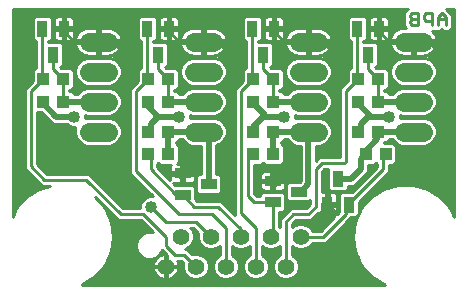
<source format=gbl>
G75*
G70*
%OFA0B0*%
%FSLAX24Y24*%
%IPPOS*%
%LPD*%
%AMOC8*
5,1,8,0,0,1.08239X$1,22.5*
%
%ADD10C,0.0100*%
%ADD11C,0.0634*%
%ADD12R,0.0394X0.0433*%
%ADD13R,0.0354X0.0551*%
%ADD14C,0.0560*%
%ADD15R,0.0551X0.0354*%
%ADD16C,0.0200*%
%ADD17C,0.0400*%
%ADD18C,0.0320*%
%ADD19C,0.0400*%
D10*
X002600Y000674D02*
X002628Y000682D01*
X002628Y000682D01*
X003047Y000952D01*
X003373Y001328D01*
X003580Y001781D01*
X003651Y002274D01*
X003580Y002767D01*
X003373Y003220D01*
X003373Y003220D01*
X003056Y003587D01*
X003701Y002941D01*
X003818Y002824D01*
X004568Y002824D01*
X004981Y002411D01*
X004941Y002428D01*
X004763Y002428D01*
X004600Y002360D01*
X004474Y002235D01*
X004407Y002071D01*
X004407Y001894D01*
X004474Y001731D01*
X004600Y001605D01*
X004763Y001537D01*
X004941Y001537D01*
X005104Y001605D01*
X005229Y001731D01*
X005268Y001824D01*
X005431Y001661D01*
X005431Y001304D01*
X005371Y001304D01*
X005371Y001244D01*
X004971Y001244D01*
X004971Y001240D01*
X004982Y001173D01*
X005003Y001109D01*
X005033Y001049D01*
X005073Y000994D01*
X005121Y000946D01*
X005176Y000906D01*
X005236Y000876D01*
X005300Y000855D01*
X005367Y000844D01*
X005371Y000844D01*
X005371Y001244D01*
X005431Y001244D01*
X005431Y000844D01*
X005435Y000844D01*
X005502Y000855D01*
X005566Y000876D01*
X005627Y000906D01*
X005681Y000946D01*
X005729Y000994D01*
X005769Y001049D01*
X005800Y001109D01*
X005821Y001173D01*
X005831Y001240D01*
X005831Y001244D01*
X005431Y001244D01*
X005431Y001304D01*
X005831Y001304D01*
X005831Y001308D01*
X005821Y001375D01*
X005800Y001439D01*
X005782Y001474D01*
X005918Y001474D01*
X005989Y001403D01*
X005971Y001360D01*
X005971Y001189D01*
X006037Y001031D01*
X006158Y000910D01*
X006316Y000844D01*
X006487Y000844D01*
X006645Y000910D01*
X006766Y001031D01*
X006831Y001189D01*
X006831Y001360D01*
X006766Y001518D01*
X006645Y001639D01*
X006487Y001704D01*
X006316Y001704D01*
X006272Y001686D01*
X006084Y001874D01*
X006059Y001874D01*
X006145Y001910D01*
X006266Y002031D01*
X006331Y002189D01*
X006331Y002360D01*
X006266Y002518D01*
X006209Y002574D01*
X006318Y002574D01*
X006489Y002403D01*
X006471Y002360D01*
X006471Y002189D01*
X006537Y002031D01*
X006658Y001910D01*
X006816Y001844D01*
X006987Y001844D01*
X007145Y001910D01*
X007201Y001966D01*
X007201Y001657D01*
X007158Y001639D01*
X007037Y001518D01*
X006971Y001360D01*
X006971Y001189D01*
X007037Y001031D01*
X007158Y000910D01*
X007316Y000844D01*
X007487Y000844D01*
X007645Y000910D01*
X007766Y001031D01*
X007831Y001189D01*
X007831Y001360D01*
X007766Y001518D01*
X007645Y001639D01*
X007601Y001657D01*
X007601Y001966D01*
X007658Y001910D01*
X007816Y001844D01*
X007987Y001844D01*
X008145Y001910D01*
X008201Y001966D01*
X008201Y001657D01*
X008158Y001639D01*
X008037Y001518D01*
X007971Y001360D01*
X007971Y001189D01*
X008037Y001031D01*
X008158Y000910D01*
X008316Y000844D01*
X008487Y000844D01*
X008645Y000910D01*
X008766Y001031D01*
X008831Y001189D01*
X008831Y001360D01*
X008766Y001518D01*
X008645Y001639D01*
X008601Y001657D01*
X008601Y001966D01*
X008658Y001910D01*
X008816Y001844D01*
X008987Y001844D01*
X009145Y001910D01*
X009201Y001966D01*
X009201Y001657D01*
X009158Y001639D01*
X009037Y001518D01*
X008971Y001360D01*
X008971Y001189D01*
X009037Y001031D01*
X009158Y000910D01*
X009316Y000844D01*
X009487Y000844D01*
X009645Y000910D01*
X009766Y001031D01*
X009831Y001189D01*
X009831Y001360D01*
X009766Y001518D01*
X009645Y001639D01*
X009601Y001657D01*
X009601Y001966D01*
X009658Y001910D01*
X009816Y001844D01*
X009987Y001844D01*
X010145Y001910D01*
X010266Y002031D01*
X010284Y002074D01*
X010568Y002074D01*
X010734Y002074D01*
X011484Y002824D01*
X011575Y002915D01*
X011745Y002915D01*
X011828Y002998D01*
X011722Y002767D01*
X011651Y002274D01*
X011722Y001781D01*
X011929Y001328D01*
X012255Y000952D01*
X012255Y000952D01*
X012674Y000682D01*
X012702Y000674D01*
X002600Y000674D01*
X002689Y000721D02*
X012614Y000721D01*
X012674Y000682D02*
X012674Y000682D01*
X012460Y000820D02*
X002842Y000820D01*
X002995Y000918D02*
X005159Y000918D01*
X005057Y001017D02*
X003104Y001017D01*
X003047Y000952D02*
X003047Y000952D01*
X003047Y000952D01*
X003189Y001115D02*
X005001Y001115D01*
X004975Y001214D02*
X003274Y001214D01*
X003360Y001312D02*
X004972Y001312D01*
X004971Y001308D02*
X004971Y001304D01*
X005371Y001304D01*
X005371Y001704D01*
X005367Y001704D01*
X005300Y001693D01*
X005236Y001673D01*
X005176Y001642D01*
X005121Y001602D01*
X005073Y001554D01*
X005033Y001499D01*
X005003Y001439D01*
X004982Y001375D01*
X004971Y001308D01*
X004994Y001411D02*
X003411Y001411D01*
X003373Y001328D02*
X003373Y001328D01*
X003456Y001510D02*
X005041Y001510D01*
X005107Y001608D02*
X005129Y001608D01*
X005206Y001707D02*
X005386Y001707D01*
X005371Y001608D02*
X005431Y001608D01*
X005431Y001510D02*
X005371Y001510D01*
X005371Y001411D02*
X005431Y001411D01*
X005431Y001312D02*
X005371Y001312D01*
X005371Y001214D02*
X005431Y001214D01*
X005431Y001115D02*
X005371Y001115D01*
X005371Y001017D02*
X005431Y001017D01*
X005431Y000918D02*
X005371Y000918D01*
X005643Y000918D02*
X006149Y000918D01*
X006050Y001017D02*
X005746Y001017D01*
X005802Y001115D02*
X006001Y001115D01*
X005971Y001214D02*
X005827Y001214D01*
X005830Y001312D02*
X005971Y001312D01*
X005981Y001411D02*
X005809Y001411D01*
X005701Y001674D02*
X006001Y001674D01*
X006401Y001274D01*
X006801Y001115D02*
X007001Y001115D01*
X006971Y001214D02*
X006831Y001214D01*
X006831Y001312D02*
X006971Y001312D01*
X006992Y001411D02*
X006810Y001411D01*
X006769Y001510D02*
X007033Y001510D01*
X007127Y001608D02*
X006675Y001608D01*
X006251Y001707D02*
X007201Y001707D01*
X007201Y001805D02*
X006153Y001805D01*
X006131Y001904D02*
X006672Y001904D01*
X006565Y002002D02*
X006237Y002002D01*
X006295Y002101D02*
X006508Y002101D01*
X006471Y002199D02*
X006331Y002199D01*
X006331Y002298D02*
X006471Y002298D01*
X006486Y002396D02*
X006316Y002396D01*
X006275Y002495D02*
X006397Y002495D01*
X006401Y002774D02*
X006901Y002274D01*
X007401Y002574D02*
X006951Y003024D01*
X005851Y003024D01*
X004401Y004474D01*
X004401Y007109D01*
X004817Y007524D01*
X004797Y007544D01*
X004797Y009207D01*
X005124Y009196D02*
X005467Y009196D01*
X005467Y009169D02*
X005178Y009169D01*
X005178Y008912D01*
X005189Y008874D01*
X005208Y008839D01*
X005236Y008812D01*
X005270Y008792D01*
X005309Y008782D01*
X005467Y008782D01*
X005467Y009168D01*
X005544Y009168D01*
X005544Y008782D01*
X005702Y008782D01*
X005741Y008792D01*
X005775Y008812D01*
X005803Y008839D01*
X005822Y008874D01*
X005833Y008912D01*
X005833Y009169D01*
X005544Y009169D01*
X005544Y009246D01*
X005467Y009246D01*
X005467Y009633D01*
X005309Y009633D01*
X005270Y009622D01*
X005236Y009603D01*
X005208Y009575D01*
X005189Y009541D01*
X005178Y009502D01*
X005178Y009246D01*
X005467Y009246D01*
X005467Y009169D01*
X005506Y009207D02*
X005506Y009120D01*
X005851Y008774D01*
X006651Y008774D01*
X006602Y008802D02*
X005758Y008802D01*
X005869Y008823D02*
X006602Y008823D01*
X006602Y008726D01*
X005869Y008726D01*
X005879Y008665D01*
X005902Y008595D01*
X005935Y008529D01*
X005978Y008470D01*
X006030Y008418D01*
X006090Y008375D01*
X006155Y008341D01*
X006225Y008319D01*
X006298Y008307D01*
X006603Y008307D01*
X006603Y008725D01*
X006700Y008725D01*
X006700Y008307D01*
X007005Y008307D01*
X007077Y008319D01*
X007147Y008341D01*
X007213Y008375D01*
X007272Y008418D01*
X007324Y008470D01*
X007367Y008529D01*
X007401Y008595D01*
X007423Y008665D01*
X007433Y008726D01*
X006700Y008726D01*
X006700Y008823D01*
X006603Y008823D01*
X006603Y009241D01*
X006298Y009241D01*
X006225Y009229D01*
X006155Y009207D01*
X006090Y009173D01*
X006030Y009130D01*
X005978Y009078D01*
X005935Y009019D01*
X005902Y008953D01*
X005879Y008883D01*
X005869Y008823D01*
X005884Y008900D02*
X005830Y008900D01*
X005833Y008999D02*
X005925Y008999D01*
X005997Y009097D02*
X005833Y009097D01*
X005833Y009246D02*
X005833Y009502D01*
X005822Y009541D01*
X005803Y009575D01*
X005775Y009603D01*
X005741Y009622D01*
X005702Y009633D01*
X005544Y009633D01*
X005544Y009246D01*
X005833Y009246D01*
X005833Y009294D02*
X007970Y009294D01*
X007970Y009196D02*
X007168Y009196D01*
X007147Y009207D02*
X007213Y009173D01*
X007272Y009130D01*
X007324Y009078D01*
X007367Y009019D01*
X007401Y008953D01*
X007423Y008883D01*
X007433Y008823D01*
X006700Y008823D01*
X006700Y009241D01*
X007005Y009241D01*
X007077Y009229D01*
X007147Y009207D01*
X007305Y009097D02*
X007970Y009097D01*
X007970Y008999D02*
X007377Y008999D01*
X007418Y008900D02*
X007970Y008900D01*
X007970Y008869D02*
X008058Y008782D01*
X008097Y008782D01*
X008097Y007891D01*
X008058Y007891D01*
X007970Y007803D01*
X007970Y007460D01*
X007701Y007192D01*
X007701Y007026D01*
X007701Y003007D01*
X007351Y003357D01*
X007234Y003474D01*
X006447Y003474D01*
X006394Y003527D01*
X006394Y003909D01*
X006306Y003997D01*
X005711Y003997D01*
X005651Y004057D01*
X005673Y004051D01*
X005929Y004051D01*
X005929Y004340D01*
X005543Y004340D01*
X005543Y004181D01*
X005548Y004160D01*
X005101Y004607D01*
X005101Y004683D01*
X005151Y004733D01*
X005227Y004658D01*
X005582Y004658D01*
X005572Y004648D01*
X005553Y004613D01*
X005543Y004575D01*
X005543Y004417D01*
X005929Y004417D01*
X005929Y004340D01*
X006007Y004340D01*
X006007Y004417D01*
X006394Y004417D01*
X006394Y004575D01*
X006383Y004613D01*
X006364Y004648D01*
X006336Y004676D01*
X006302Y004695D01*
X006263Y004706D01*
X006007Y004706D01*
X006007Y004417D01*
X005929Y004417D01*
X005929Y004706D01*
X005793Y004706D01*
X005833Y004745D01*
X005833Y005303D01*
X005745Y005391D01*
X005736Y005391D01*
X005736Y005408D01*
X005745Y005408D01*
X005833Y005495D01*
X005833Y005524D01*
X005933Y005524D01*
X005939Y005510D01*
X006070Y005378D01*
X006241Y005307D01*
X006584Y005307D01*
X006584Y004351D01*
X006496Y004351D01*
X006409Y004263D01*
X006409Y003785D01*
X006496Y003697D01*
X007172Y003697D01*
X007260Y003785D01*
X007260Y004263D01*
X007172Y004351D01*
X007084Y004351D01*
X007084Y005317D01*
X007232Y005378D01*
X007364Y005510D01*
X007435Y005681D01*
X007435Y005867D01*
X007364Y006039D01*
X007232Y006170D01*
X007061Y006241D01*
X006241Y006241D01*
X006201Y006224D01*
X006201Y006324D01*
X006241Y006307D01*
X007061Y006307D01*
X007232Y006378D01*
X007364Y006510D01*
X007435Y006681D01*
X007435Y006867D01*
X007364Y007039D01*
X007232Y007170D01*
X007061Y007241D01*
X006241Y007241D01*
X006070Y007170D01*
X005939Y007039D01*
X005933Y007024D01*
X005833Y007024D01*
X005833Y007053D01*
X005745Y007141D01*
X005686Y007141D01*
X005686Y007158D01*
X005745Y007158D01*
X005833Y007245D01*
X005833Y007803D01*
X005745Y007891D01*
X005402Y007891D01*
X005377Y007915D01*
X005390Y007915D01*
X005478Y008003D01*
X005478Y008679D01*
X005390Y008767D01*
X004997Y008767D01*
X004997Y008782D01*
X005036Y008782D01*
X005124Y008869D01*
X005124Y009545D01*
X005036Y009633D01*
X004558Y009633D01*
X004470Y009545D01*
X004470Y008869D01*
X004558Y008782D01*
X004597Y008782D01*
X004597Y007891D01*
X004558Y007891D01*
X004470Y007803D01*
X004470Y007460D01*
X004201Y007192D01*
X004201Y007026D01*
X004201Y004391D01*
X004318Y004274D01*
X004968Y003624D01*
X004832Y003624D01*
X004703Y003571D01*
X004604Y003472D01*
X004551Y003344D01*
X004551Y003224D01*
X003984Y003224D01*
X002834Y004374D01*
X002668Y004374D01*
X001434Y004374D01*
X001101Y004707D01*
X001101Y006408D01*
X001264Y006408D01*
X001539Y006132D01*
X001610Y006062D01*
X001701Y006024D01*
X002106Y006024D01*
X002153Y005977D01*
X002282Y005924D01*
X002391Y005924D01*
X002367Y005867D01*
X002367Y005681D01*
X002439Y005510D01*
X002570Y005378D01*
X002741Y005307D01*
X003561Y005307D01*
X003732Y005378D01*
X003864Y005510D01*
X003935Y005681D01*
X003935Y005867D01*
X003864Y006039D01*
X003732Y006170D01*
X003561Y006241D01*
X002741Y006241D01*
X002701Y006224D01*
X002701Y006324D01*
X002741Y006307D01*
X003561Y006307D01*
X003732Y006378D01*
X003864Y006510D01*
X003935Y006681D01*
X003935Y006867D01*
X003864Y007039D01*
X003732Y007170D01*
X003561Y007241D01*
X002741Y007241D01*
X002570Y007170D01*
X002439Y007039D01*
X002433Y007024D01*
X002333Y007024D01*
X002333Y007053D01*
X002245Y007141D01*
X002186Y007141D01*
X002186Y007158D01*
X002245Y007158D01*
X002333Y007245D01*
X002333Y007803D01*
X002245Y007891D01*
X001902Y007891D01*
X001877Y007915D01*
X001890Y007915D01*
X001978Y008003D01*
X001978Y008679D01*
X001890Y008767D01*
X001497Y008767D01*
X001497Y008782D01*
X001536Y008782D01*
X001624Y008869D01*
X001624Y009545D01*
X001536Y009633D01*
X001058Y009633D01*
X000970Y009545D01*
X000970Y008869D01*
X001058Y008782D01*
X001097Y008782D01*
X001097Y007891D01*
X001058Y007891D01*
X000970Y007803D01*
X000970Y007460D01*
X000701Y007192D01*
X000701Y007026D01*
X000701Y004541D01*
X000818Y004424D01*
X001151Y004091D01*
X001268Y003974D01*
X001543Y003974D01*
X001174Y003866D01*
X000755Y003597D01*
X000755Y003597D01*
X000429Y003220D01*
X000301Y002940D01*
X000301Y009874D01*
X013478Y009874D01*
X013462Y009858D01*
X013345Y009741D01*
X013345Y009674D01*
X013345Y009540D01*
X013345Y009474D01*
X013345Y009474D01*
X013345Y009390D01*
X013345Y009308D01*
X013346Y009307D01*
X013412Y009241D01*
X013298Y009241D01*
X013225Y009229D01*
X013155Y009207D01*
X013090Y009173D01*
X013030Y009130D01*
X012978Y009078D01*
X012935Y009019D01*
X012902Y008953D01*
X012879Y008883D01*
X012869Y008823D01*
X013602Y008823D01*
X013602Y008726D01*
X012869Y008726D01*
X012879Y008665D01*
X012902Y008595D01*
X012935Y008529D01*
X012978Y008470D01*
X013030Y008418D01*
X013090Y008375D01*
X013155Y008341D01*
X013225Y008319D01*
X013298Y008307D01*
X013603Y008307D01*
X013603Y008725D01*
X013700Y008725D01*
X013700Y008307D01*
X014005Y008307D01*
X014077Y008319D01*
X014147Y008341D01*
X014213Y008375D01*
X014272Y008418D01*
X014324Y008470D01*
X014367Y008529D01*
X014401Y008595D01*
X014423Y008665D01*
X014433Y008726D01*
X013700Y008726D01*
X013700Y008823D01*
X014433Y008823D01*
X014423Y008883D01*
X014401Y008953D01*
X014367Y009019D01*
X014324Y009078D01*
X014278Y009124D01*
X014355Y009124D01*
X014369Y009138D01*
X014383Y009124D01*
X014548Y009124D01*
X014599Y009175D01*
X014649Y009124D01*
X014815Y009124D01*
X014932Y009241D01*
X014932Y009441D01*
X014932Y009607D01*
X014932Y009674D01*
X014741Y009865D01*
X014732Y009874D01*
X015001Y009874D01*
X015001Y002940D01*
X014873Y003220D01*
X014873Y003220D01*
X014547Y003597D01*
X014128Y003866D01*
X013650Y004006D01*
X013152Y004006D01*
X012674Y003866D01*
X012255Y003597D01*
X012255Y003597D01*
X012255Y003597D01*
X011929Y003220D01*
X011833Y003009D01*
X011833Y003423D01*
X012734Y004324D01*
X012851Y004441D01*
X012851Y004658D01*
X012995Y004658D01*
X013083Y004745D01*
X013083Y005303D01*
X012995Y005391D01*
X012666Y005391D01*
X012673Y005408D01*
X012745Y005408D01*
X012833Y005495D01*
X012833Y005524D01*
X012933Y005524D01*
X012939Y005510D01*
X013070Y005378D01*
X013241Y005307D01*
X014061Y005307D01*
X014232Y005378D01*
X014364Y005510D01*
X014435Y005681D01*
X014435Y005867D01*
X014364Y006039D01*
X014232Y006170D01*
X014061Y006241D01*
X013241Y006241D01*
X013201Y006224D01*
X013201Y006324D01*
X013241Y006307D01*
X014061Y006307D01*
X014232Y006378D01*
X014364Y006510D01*
X014435Y006681D01*
X014435Y006867D01*
X014364Y007039D01*
X014232Y007170D01*
X014061Y007241D01*
X013241Y007241D01*
X013070Y007170D01*
X012939Y007039D01*
X012933Y007024D01*
X012833Y007024D01*
X012833Y007053D01*
X012745Y007141D01*
X012686Y007141D01*
X012686Y007158D01*
X012745Y007158D01*
X012833Y007245D01*
X012833Y007803D01*
X012745Y007891D01*
X012402Y007891D01*
X012377Y007915D01*
X012390Y007915D01*
X012478Y008003D01*
X012478Y008679D01*
X012390Y008767D01*
X011997Y008767D01*
X011997Y008782D01*
X012036Y008782D01*
X012124Y008869D01*
X012124Y009545D01*
X012036Y009633D01*
X011558Y009633D01*
X011470Y009545D01*
X011470Y008869D01*
X011558Y008782D01*
X011597Y008782D01*
X011597Y007891D01*
X011558Y007891D01*
X011470Y007803D01*
X011470Y007460D01*
X011318Y007309D01*
X011201Y007192D01*
X011201Y004924D01*
X010518Y004924D01*
X010401Y004807D01*
X010401Y005307D01*
X010561Y005307D01*
X010732Y005378D01*
X010864Y005510D01*
X010935Y005681D01*
X010935Y005867D01*
X010864Y006039D01*
X010732Y006170D01*
X010561Y006241D01*
X009741Y006241D01*
X009701Y006224D01*
X009701Y006324D01*
X009741Y006307D01*
X010561Y006307D01*
X010732Y006378D01*
X010864Y006510D01*
X010935Y006681D01*
X010935Y006867D01*
X010864Y007039D01*
X010732Y007170D01*
X010561Y007241D01*
X009741Y007241D01*
X009570Y007170D01*
X009439Y007039D01*
X009433Y007024D01*
X009333Y007024D01*
X009333Y007053D01*
X009245Y007141D01*
X009186Y007141D01*
X009186Y007158D01*
X009245Y007158D01*
X009333Y007245D01*
X009333Y007803D01*
X009245Y007891D01*
X008902Y007891D01*
X008877Y007915D01*
X008890Y007915D01*
X008978Y008003D01*
X008978Y008679D01*
X008890Y008767D01*
X008497Y008767D01*
X008497Y008782D01*
X008536Y008782D01*
X008624Y008869D01*
X008624Y009545D01*
X008536Y009633D01*
X008058Y009633D01*
X007970Y009545D01*
X007970Y008869D01*
X008037Y008802D02*
X006700Y008802D01*
X006700Y008900D02*
X006603Y008900D01*
X006603Y008999D02*
X006700Y008999D01*
X006700Y009097D02*
X006603Y009097D01*
X006603Y009196D02*
X006700Y009196D01*
X006134Y009196D02*
X005544Y009196D01*
X005544Y009294D02*
X005467Y009294D01*
X005467Y009393D02*
X005544Y009393D01*
X005544Y009492D02*
X005467Y009492D01*
X005467Y009590D02*
X005544Y009590D01*
X005787Y009590D02*
X008015Y009590D01*
X007970Y009492D02*
X005833Y009492D01*
X005833Y009393D02*
X007970Y009393D01*
X008297Y009207D02*
X008297Y007544D01*
X008317Y007524D01*
X007901Y007109D01*
X007901Y003074D01*
X008401Y002574D01*
X008401Y001274D01*
X008801Y001115D02*
X009001Y001115D01*
X008971Y001214D02*
X008831Y001214D01*
X008831Y001312D02*
X008971Y001312D01*
X008992Y001411D02*
X008810Y001411D01*
X008769Y001510D02*
X009033Y001510D01*
X009127Y001608D02*
X008675Y001608D01*
X008601Y001707D02*
X009201Y001707D01*
X009201Y001805D02*
X008601Y001805D01*
X008601Y001904D02*
X008672Y001904D01*
X009131Y001904D02*
X009201Y001904D01*
X009601Y001904D02*
X009672Y001904D01*
X009601Y001805D02*
X011719Y001805D01*
X011722Y001781D02*
X011722Y001781D01*
X011756Y001707D02*
X009601Y001707D01*
X009675Y001608D02*
X011801Y001608D01*
X011846Y001510D02*
X009769Y001510D01*
X009810Y001411D02*
X011891Y001411D01*
X011929Y001328D02*
X011929Y001328D01*
X011942Y001312D02*
X009831Y001312D01*
X009831Y001214D02*
X012028Y001214D01*
X012113Y001115D02*
X009801Y001115D01*
X009752Y001017D02*
X012199Y001017D01*
X012307Y000918D02*
X009653Y000918D01*
X009401Y001274D02*
X009401Y002774D01*
X009651Y003024D01*
X010151Y003024D01*
X010401Y003274D01*
X010401Y004524D01*
X010601Y004724D01*
X011351Y004724D01*
X011401Y004774D01*
X011401Y007109D01*
X011817Y007524D01*
X011797Y007544D01*
X011797Y009207D01*
X012124Y009196D02*
X012467Y009196D01*
X012467Y009169D02*
X012178Y009169D01*
X012178Y008912D01*
X012189Y008874D01*
X012208Y008839D01*
X012236Y008812D01*
X012270Y008792D01*
X012309Y008782D01*
X012467Y008782D01*
X012467Y009168D01*
X012544Y009168D01*
X012544Y008782D01*
X012702Y008782D01*
X012741Y008792D01*
X012775Y008812D01*
X012803Y008839D01*
X012822Y008874D01*
X012833Y008912D01*
X012833Y009169D01*
X012544Y009169D01*
X012544Y009246D01*
X012467Y009246D01*
X012467Y009633D01*
X012309Y009633D01*
X012270Y009622D01*
X012236Y009603D01*
X012208Y009575D01*
X012189Y009541D01*
X012178Y009502D01*
X012178Y009246D01*
X012467Y009246D01*
X012467Y009169D01*
X012506Y009207D02*
X012506Y009120D01*
X012851Y008774D01*
X013651Y008774D01*
X013602Y008802D02*
X012758Y008802D01*
X012830Y008900D02*
X012884Y008900D01*
X012925Y008999D02*
X012833Y008999D01*
X012833Y009097D02*
X012997Y009097D01*
X013134Y009196D02*
X012544Y009196D01*
X012544Y009246D02*
X012833Y009246D01*
X012833Y009502D01*
X012822Y009541D01*
X012803Y009575D01*
X012775Y009603D01*
X012741Y009622D01*
X012702Y009633D01*
X012544Y009633D01*
X012544Y009246D01*
X012544Y009294D02*
X012467Y009294D01*
X012467Y009393D02*
X012544Y009393D01*
X012544Y009492D02*
X012467Y009492D01*
X012467Y009590D02*
X012544Y009590D01*
X012787Y009590D02*
X013345Y009590D01*
X013345Y009492D02*
X012833Y009492D01*
X012833Y009393D02*
X013345Y009393D01*
X013345Y009308D02*
X013345Y009308D01*
X013358Y009294D02*
X012833Y009294D01*
X012544Y009097D02*
X012467Y009097D01*
X012467Y008999D02*
X012544Y008999D01*
X012544Y008900D02*
X012467Y008900D01*
X012467Y008802D02*
X012544Y008802D01*
X012454Y008703D02*
X012873Y008703D01*
X012899Y008605D02*
X012478Y008605D01*
X012478Y008506D02*
X012952Y008506D01*
X013045Y008408D02*
X012478Y008408D01*
X012478Y008309D02*
X013286Y008309D01*
X013241Y008241D02*
X013070Y008170D01*
X012939Y008039D01*
X012867Y007867D01*
X012867Y007681D01*
X012939Y007510D01*
X013070Y007378D01*
X013241Y007307D01*
X014061Y007307D01*
X014232Y007378D01*
X014364Y007510D01*
X014435Y007681D01*
X014435Y007867D01*
X014364Y008039D01*
X014232Y008170D01*
X014061Y008241D01*
X013241Y008241D01*
X013168Y008210D02*
X012478Y008210D01*
X012478Y008112D02*
X013012Y008112D01*
X012928Y008013D02*
X012478Y008013D01*
X012378Y007915D02*
X012887Y007915D01*
X012867Y007816D02*
X012819Y007816D01*
X012833Y007718D02*
X012867Y007718D01*
X012893Y007619D02*
X012833Y007619D01*
X012833Y007521D02*
X012934Y007521D01*
X013026Y007422D02*
X012833Y007422D01*
X012833Y007324D02*
X013202Y007324D01*
X013203Y007225D02*
X012812Y007225D01*
X012759Y007126D02*
X013027Y007126D01*
X012934Y007028D02*
X012833Y007028D01*
X012486Y006774D02*
X012486Y007524D01*
X012151Y007859D01*
X012151Y008341D01*
X011597Y008309D02*
X010516Y008309D01*
X010505Y008307D02*
X010577Y008319D01*
X010647Y008341D01*
X010713Y008375D01*
X010772Y008418D01*
X010824Y008470D01*
X010867Y008529D01*
X010901Y008595D01*
X010923Y008665D01*
X010933Y008726D01*
X010200Y008726D01*
X010200Y008823D01*
X010103Y008823D01*
X010103Y009241D01*
X009798Y009241D01*
X009725Y009229D01*
X009655Y009207D01*
X009590Y009173D01*
X009530Y009130D01*
X009478Y009078D01*
X009435Y009019D01*
X009402Y008953D01*
X009379Y008883D01*
X009369Y008823D01*
X010102Y008823D01*
X010102Y008726D01*
X009369Y008726D01*
X009379Y008665D01*
X009402Y008595D01*
X009435Y008529D01*
X009478Y008470D01*
X009530Y008418D01*
X009590Y008375D01*
X009655Y008341D01*
X009725Y008319D01*
X009798Y008307D01*
X010103Y008307D01*
X010103Y008725D01*
X010200Y008725D01*
X010200Y008307D01*
X010505Y008307D01*
X010561Y008241D02*
X010732Y008170D01*
X010864Y008039D01*
X010935Y007867D01*
X010935Y007681D01*
X010864Y007510D01*
X010732Y007378D01*
X010561Y007307D01*
X009741Y007307D01*
X009570Y007378D01*
X009439Y007510D01*
X009367Y007681D01*
X009367Y007867D01*
X009439Y008039D01*
X009570Y008170D01*
X009741Y008241D01*
X010561Y008241D01*
X010634Y008210D02*
X011597Y008210D01*
X011597Y008112D02*
X010790Y008112D01*
X010874Y008013D02*
X011597Y008013D01*
X011597Y007915D02*
X010915Y007915D01*
X010935Y007816D02*
X011483Y007816D01*
X011470Y007718D02*
X010935Y007718D01*
X010909Y007619D02*
X011470Y007619D01*
X011470Y007521D02*
X010868Y007521D01*
X010776Y007422D02*
X011432Y007422D01*
X011333Y007324D02*
X010600Y007324D01*
X010599Y007225D02*
X011235Y007225D01*
X011201Y007126D02*
X010776Y007126D01*
X010868Y007028D02*
X011201Y007028D01*
X011201Y006929D02*
X010909Y006929D01*
X010935Y006831D02*
X011201Y006831D01*
X011201Y006732D02*
X010935Y006732D01*
X010915Y006634D02*
X011201Y006634D01*
X011201Y006535D02*
X010874Y006535D01*
X010791Y006437D02*
X011201Y006437D01*
X011201Y006338D02*
X010635Y006338D01*
X010564Y006240D02*
X011201Y006240D01*
X011201Y006141D02*
X010761Y006141D01*
X010860Y006043D02*
X011201Y006043D01*
X011201Y005944D02*
X010903Y005944D01*
X010935Y005845D02*
X011201Y005845D01*
X011201Y005747D02*
X010935Y005747D01*
X010921Y005648D02*
X011201Y005648D01*
X011201Y005550D02*
X010880Y005550D01*
X010805Y005451D02*
X011201Y005451D01*
X011201Y005353D02*
X010671Y005353D01*
X010401Y005254D02*
X011201Y005254D01*
X011201Y005156D02*
X010401Y005156D01*
X010401Y005057D02*
X011201Y005057D01*
X011201Y004959D02*
X010401Y004959D01*
X010401Y004860D02*
X010454Y004860D01*
X010401Y004807D02*
X010401Y004807D01*
X010684Y004524D02*
X010824Y004524D01*
X010824Y003869D01*
X010912Y003782D01*
X011390Y003782D01*
X011478Y003869D01*
X011478Y003957D01*
X011534Y003957D01*
X011634Y003957D01*
X011726Y003995D01*
X012043Y004312D01*
X012113Y004382D01*
X012151Y004474D01*
X012151Y004658D01*
X012326Y004658D01*
X012401Y004733D01*
X012451Y004683D01*
X012451Y004607D01*
X011611Y003767D01*
X011266Y003767D01*
X011178Y003679D01*
X011178Y003084D01*
X011118Y003024D01*
X011124Y003046D01*
X011124Y003302D01*
X010836Y003302D01*
X010836Y003380D01*
X011124Y003380D01*
X011124Y003636D01*
X011114Y003674D01*
X011094Y003709D01*
X011066Y003737D01*
X011032Y003756D01*
X010994Y003767D01*
X010835Y003767D01*
X010835Y003380D01*
X010758Y003380D01*
X010758Y003767D01*
X010601Y003767D01*
X010601Y004441D01*
X010684Y004524D01*
X010626Y004466D02*
X010824Y004466D01*
X010824Y004367D02*
X010601Y004367D01*
X010601Y004269D02*
X010824Y004269D01*
X010824Y004170D02*
X010601Y004170D01*
X010601Y004072D02*
X010824Y004072D01*
X010824Y003973D02*
X010601Y003973D01*
X010601Y003875D02*
X010824Y003875D01*
X010601Y003776D02*
X011620Y003776D01*
X011719Y003875D02*
X011478Y003875D01*
X011672Y003973D02*
X011817Y003973D01*
X011802Y004072D02*
X011916Y004072D01*
X011901Y004170D02*
X012014Y004170D01*
X011999Y004269D02*
X012113Y004269D01*
X012098Y004367D02*
X012212Y004367D01*
X012148Y004466D02*
X012310Y004466D01*
X012409Y004564D02*
X012151Y004564D01*
X012331Y004663D02*
X012451Y004663D01*
X012651Y004524D02*
X012651Y004939D01*
X012736Y005024D01*
X013083Y005057D02*
X015001Y005057D01*
X015001Y004959D02*
X013083Y004959D01*
X013083Y004860D02*
X015001Y004860D01*
X015001Y004761D02*
X013083Y004761D01*
X013000Y004663D02*
X015001Y004663D01*
X015001Y004564D02*
X012851Y004564D01*
X012851Y004466D02*
X015001Y004466D01*
X015001Y004367D02*
X012777Y004367D01*
X012679Y004269D02*
X015001Y004269D01*
X015001Y004170D02*
X012580Y004170D01*
X012482Y004072D02*
X015001Y004072D01*
X015001Y003973D02*
X013763Y003973D01*
X013650Y004006D02*
X013650Y004006D01*
X014099Y003875D02*
X015001Y003875D01*
X015001Y003776D02*
X014268Y003776D01*
X014128Y003866D02*
X014128Y003866D01*
X014421Y003677D02*
X015001Y003677D01*
X015001Y003579D02*
X014563Y003579D01*
X014547Y003597D02*
X014547Y003597D01*
X014648Y003480D02*
X015001Y003480D01*
X015001Y003382D02*
X014733Y003382D01*
X014819Y003283D02*
X015001Y003283D01*
X015001Y003185D02*
X014890Y003185D01*
X014935Y003086D02*
X015001Y003086D01*
X015001Y002988D02*
X014980Y002988D01*
X013152Y004006D02*
X013152Y004006D01*
X013039Y003973D02*
X012383Y003973D01*
X012284Y003875D02*
X012704Y003875D01*
X012674Y003866D02*
X012674Y003866D01*
X012534Y003776D02*
X012186Y003776D01*
X012087Y003677D02*
X012381Y003677D01*
X012240Y003579D02*
X011989Y003579D01*
X011890Y003480D02*
X012154Y003480D01*
X012069Y003382D02*
X011833Y003382D01*
X011833Y003283D02*
X011984Y003283D01*
X011929Y003220D02*
X011929Y003220D01*
X011913Y003185D02*
X011833Y003185D01*
X011833Y003086D02*
X011868Y003086D01*
X011823Y002988D02*
X011817Y002988D01*
X011778Y002889D02*
X011549Y002889D01*
X011451Y002791D02*
X011733Y002791D01*
X011722Y002767D02*
X011722Y002767D01*
X011711Y002692D02*
X011352Y002692D01*
X011253Y002594D02*
X011697Y002594D01*
X011683Y002495D02*
X011155Y002495D01*
X011056Y002396D02*
X011669Y002396D01*
X011655Y002298D02*
X010958Y002298D01*
X010859Y002199D02*
X011662Y002199D01*
X011651Y002274D02*
X011651Y002274D01*
X011676Y002101D02*
X010761Y002101D01*
X010651Y002274D02*
X011401Y003024D01*
X011401Y003237D01*
X011506Y003341D01*
X011506Y003378D01*
X012651Y004524D01*
X012067Y005024D02*
X012067Y005139D01*
X012789Y005451D02*
X012997Y005451D01*
X013033Y005353D02*
X013132Y005353D01*
X013083Y005254D02*
X015001Y005254D01*
X015001Y005156D02*
X013083Y005156D01*
X012451Y005739D02*
X012486Y005774D01*
X011901Y005859D02*
X011817Y005774D01*
X012151Y006274D02*
X012251Y006274D01*
X011817Y006709D02*
X011817Y006774D01*
X013201Y006240D02*
X013238Y006240D01*
X014064Y006240D02*
X015001Y006240D01*
X015001Y006338D02*
X014135Y006338D01*
X014291Y006437D02*
X015001Y006437D01*
X015001Y006535D02*
X014374Y006535D01*
X014415Y006634D02*
X015001Y006634D01*
X015001Y006732D02*
X014435Y006732D01*
X014435Y006831D02*
X015001Y006831D01*
X015001Y006929D02*
X014409Y006929D01*
X014368Y007028D02*
X015001Y007028D01*
X015001Y007126D02*
X014276Y007126D01*
X014099Y007225D02*
X015001Y007225D01*
X015001Y007324D02*
X014100Y007324D01*
X014276Y007422D02*
X015001Y007422D01*
X015001Y007521D02*
X014368Y007521D01*
X014409Y007619D02*
X015001Y007619D01*
X015001Y007718D02*
X014435Y007718D01*
X014435Y007816D02*
X015001Y007816D01*
X015001Y007915D02*
X014415Y007915D01*
X014374Y008013D02*
X015001Y008013D01*
X015001Y008112D02*
X014290Y008112D01*
X014134Y008210D02*
X015001Y008210D01*
X015001Y008309D02*
X014016Y008309D01*
X014258Y008408D02*
X015001Y008408D01*
X015001Y008506D02*
X014350Y008506D01*
X014404Y008605D02*
X015001Y008605D01*
X015001Y008703D02*
X014429Y008703D01*
X014418Y008900D02*
X015001Y008900D01*
X015001Y008802D02*
X013700Y008802D01*
X013700Y008703D02*
X013603Y008703D01*
X013603Y008605D02*
X013700Y008605D01*
X013700Y008506D02*
X013603Y008506D01*
X013603Y008408D02*
X013700Y008408D01*
X013700Y008309D02*
X013603Y008309D01*
X014377Y008999D02*
X015001Y008999D01*
X015001Y009097D02*
X014305Y009097D01*
X014272Y009324D02*
X014272Y009724D01*
X014072Y009724D01*
X014005Y009658D01*
X014005Y009524D01*
X014072Y009458D01*
X014272Y009458D01*
X014465Y009524D02*
X014732Y009524D01*
X014732Y009591D02*
X014599Y009724D01*
X014465Y009591D01*
X014465Y009324D01*
X014732Y009324D02*
X014732Y009591D01*
X014917Y009689D02*
X015001Y009689D01*
X015001Y009787D02*
X014819Y009787D01*
X014932Y009590D02*
X015001Y009590D01*
X015001Y009492D02*
X014932Y009492D01*
X014932Y009393D02*
X015001Y009393D01*
X015001Y009294D02*
X014932Y009294D01*
X014887Y009196D02*
X015001Y009196D01*
X013812Y009324D02*
X013611Y009324D01*
X013545Y009391D01*
X013545Y009458D01*
X013611Y009524D01*
X013812Y009524D01*
X013611Y009524D02*
X013545Y009591D01*
X013545Y009658D01*
X013611Y009724D01*
X013812Y009724D01*
X013812Y009324D01*
X013345Y009689D02*
X000301Y009689D01*
X000301Y009787D02*
X013391Y009787D01*
X012224Y009590D02*
X012079Y009590D01*
X012124Y009492D02*
X012178Y009492D01*
X012178Y009393D02*
X012124Y009393D01*
X012124Y009294D02*
X012178Y009294D01*
X012178Y009097D02*
X012124Y009097D01*
X012124Y008999D02*
X012178Y008999D01*
X012181Y008900D02*
X012124Y008900D01*
X012056Y008802D02*
X012253Y008802D01*
X011597Y008703D02*
X010929Y008703D01*
X010904Y008605D02*
X011597Y008605D01*
X011597Y008506D02*
X010850Y008506D01*
X010758Y008408D02*
X011597Y008408D01*
X011537Y008802D02*
X010200Y008802D01*
X010200Y008823D02*
X010933Y008823D01*
X010923Y008883D01*
X010901Y008953D01*
X010867Y009019D01*
X010824Y009078D01*
X010772Y009130D01*
X010713Y009173D01*
X010647Y009207D01*
X010577Y009229D01*
X010505Y009241D01*
X010200Y009241D01*
X010200Y008823D01*
X010151Y008774D02*
X009351Y008774D01*
X009006Y009120D01*
X009006Y009207D01*
X009044Y009196D02*
X009634Y009196D01*
X009497Y009097D02*
X009333Y009097D01*
X009333Y009169D02*
X009044Y009169D01*
X009044Y009246D01*
X008967Y009246D01*
X008967Y009633D01*
X008809Y009633D01*
X008770Y009622D01*
X008736Y009603D01*
X008708Y009575D01*
X008689Y009541D01*
X008678Y009502D01*
X008678Y009246D01*
X008967Y009246D01*
X008967Y009169D01*
X008678Y009169D01*
X008678Y008912D01*
X008689Y008874D01*
X008708Y008839D01*
X008736Y008812D01*
X008770Y008792D01*
X008809Y008782D01*
X008967Y008782D01*
X008967Y009168D01*
X009044Y009168D01*
X009044Y008782D01*
X009202Y008782D01*
X009241Y008792D01*
X009275Y008812D01*
X009303Y008839D01*
X009322Y008874D01*
X009333Y008912D01*
X009333Y009169D01*
X009333Y009246D02*
X009333Y009502D01*
X009322Y009541D01*
X009303Y009575D01*
X009275Y009603D01*
X009241Y009622D01*
X009202Y009633D01*
X009044Y009633D01*
X009044Y009246D01*
X009333Y009246D01*
X009333Y009294D02*
X011470Y009294D01*
X011470Y009196D02*
X010668Y009196D01*
X010805Y009097D02*
X011470Y009097D01*
X011470Y008999D02*
X010877Y008999D01*
X010918Y008900D02*
X011470Y008900D01*
X011470Y009393D02*
X009333Y009393D01*
X009333Y009492D02*
X011470Y009492D01*
X011515Y009590D02*
X009287Y009590D01*
X009044Y009590D02*
X008967Y009590D01*
X008967Y009492D02*
X009044Y009492D01*
X009044Y009393D02*
X008967Y009393D01*
X008967Y009294D02*
X009044Y009294D01*
X008967Y009196D02*
X008624Y009196D01*
X008624Y009294D02*
X008678Y009294D01*
X008678Y009393D02*
X008624Y009393D01*
X008624Y009492D02*
X008678Y009492D01*
X008724Y009590D02*
X008579Y009590D01*
X008624Y009097D02*
X008678Y009097D01*
X008678Y008999D02*
X008624Y008999D01*
X008624Y008900D02*
X008681Y008900D01*
X008753Y008802D02*
X008556Y008802D01*
X008954Y008703D02*
X009373Y008703D01*
X009399Y008605D02*
X008978Y008605D01*
X008978Y008506D02*
X009452Y008506D01*
X009545Y008408D02*
X008978Y008408D01*
X008978Y008309D02*
X009786Y008309D01*
X009668Y008210D02*
X008978Y008210D01*
X008978Y008112D02*
X009512Y008112D01*
X009428Y008013D02*
X008978Y008013D01*
X008878Y007915D02*
X009387Y007915D01*
X009367Y007816D02*
X009319Y007816D01*
X009333Y007718D02*
X009367Y007718D01*
X009393Y007619D02*
X009333Y007619D01*
X009333Y007521D02*
X009434Y007521D01*
X009526Y007422D02*
X009333Y007422D01*
X009333Y007324D02*
X009702Y007324D01*
X009703Y007225D02*
X009312Y007225D01*
X009259Y007126D02*
X009527Y007126D01*
X009434Y007028D02*
X009333Y007028D01*
X008986Y006774D02*
X008986Y007524D01*
X008651Y007859D01*
X008651Y008341D01*
X008097Y008309D02*
X007016Y008309D01*
X007061Y008241D02*
X007232Y008170D01*
X007364Y008039D01*
X007435Y007867D01*
X007435Y007681D01*
X007364Y007510D01*
X007232Y007378D01*
X007061Y007307D01*
X006241Y007307D01*
X006070Y007378D01*
X005939Y007510D01*
X005867Y007681D01*
X005867Y007867D01*
X005939Y008039D01*
X006070Y008170D01*
X006241Y008241D01*
X007061Y008241D01*
X007134Y008210D02*
X008097Y008210D01*
X008097Y008112D02*
X007290Y008112D01*
X007374Y008013D02*
X008097Y008013D01*
X008097Y007915D02*
X007415Y007915D01*
X007435Y007816D02*
X007983Y007816D01*
X007970Y007718D02*
X007435Y007718D01*
X007409Y007619D02*
X007970Y007619D01*
X007970Y007521D02*
X007368Y007521D01*
X007276Y007422D02*
X007932Y007422D01*
X007833Y007324D02*
X007100Y007324D01*
X007099Y007225D02*
X007735Y007225D01*
X007701Y007126D02*
X007276Y007126D01*
X007368Y007028D02*
X007701Y007028D01*
X007701Y006929D02*
X007409Y006929D01*
X007435Y006831D02*
X007701Y006831D01*
X007701Y006732D02*
X007435Y006732D01*
X007415Y006634D02*
X007701Y006634D01*
X007701Y006535D02*
X007374Y006535D01*
X007291Y006437D02*
X007701Y006437D01*
X007701Y006338D02*
X007135Y006338D01*
X007064Y006240D02*
X007701Y006240D01*
X007701Y006141D02*
X007261Y006141D01*
X007360Y006043D02*
X007701Y006043D01*
X007701Y005944D02*
X007403Y005944D01*
X007435Y005845D02*
X007701Y005845D01*
X007701Y005747D02*
X007435Y005747D01*
X007421Y005648D02*
X007701Y005648D01*
X007701Y005550D02*
X007380Y005550D01*
X007305Y005451D02*
X007701Y005451D01*
X007701Y005353D02*
X007171Y005353D01*
X007084Y005254D02*
X007701Y005254D01*
X007701Y005156D02*
X007084Y005156D01*
X007084Y005057D02*
X007701Y005057D01*
X007701Y004959D02*
X007084Y004959D01*
X007084Y004860D02*
X007701Y004860D01*
X007701Y004761D02*
X007084Y004761D01*
X007084Y004663D02*
X007701Y004663D01*
X007701Y004564D02*
X007084Y004564D01*
X007084Y004466D02*
X007701Y004466D01*
X007701Y004367D02*
X007084Y004367D01*
X007254Y004269D02*
X007701Y004269D01*
X007701Y004170D02*
X007260Y004170D01*
X007260Y004072D02*
X007701Y004072D01*
X007701Y003973D02*
X007260Y003973D01*
X007260Y003875D02*
X007701Y003875D01*
X007701Y003776D02*
X007251Y003776D01*
X007701Y003677D02*
X006394Y003677D01*
X006394Y003579D02*
X007701Y003579D01*
X007701Y003480D02*
X006440Y003480D01*
X006364Y003274D02*
X005968Y003670D01*
X005756Y003670D01*
X004901Y004524D01*
X004901Y004939D01*
X004817Y005024D01*
X004201Y005057D02*
X001101Y005057D01*
X001101Y004959D02*
X004201Y004959D01*
X004201Y004860D02*
X001101Y004860D01*
X001101Y004761D02*
X004201Y004761D01*
X004201Y004663D02*
X001145Y004663D01*
X001244Y004564D02*
X004201Y004564D01*
X004201Y004466D02*
X001342Y004466D01*
X001351Y004174D02*
X002751Y004174D01*
X003901Y003024D01*
X004651Y003024D01*
X005401Y002274D01*
X005401Y001974D01*
X005701Y001674D01*
X005287Y001805D02*
X005260Y001805D01*
X004597Y001608D02*
X003501Y001608D01*
X003546Y001707D02*
X004498Y001707D01*
X004444Y001805D02*
X003584Y001805D01*
X003580Y001781D02*
X003580Y001781D01*
X003598Y001904D02*
X004407Y001904D01*
X004407Y002002D02*
X003612Y002002D01*
X003626Y002101D02*
X004419Y002101D01*
X004460Y002199D02*
X003640Y002199D01*
X003648Y002298D02*
X004537Y002298D01*
X004687Y002396D02*
X003634Y002396D01*
X003619Y002495D02*
X004897Y002495D01*
X004799Y002594D02*
X003605Y002594D01*
X003591Y002692D02*
X004700Y002692D01*
X004602Y002791D02*
X003570Y002791D01*
X003580Y002767D02*
X003580Y002767D01*
X003525Y002889D02*
X003753Y002889D01*
X003655Y002988D02*
X003480Y002988D01*
X003435Y003086D02*
X003556Y003086D01*
X003458Y003185D02*
X003390Y003185D01*
X003359Y003283D02*
X003319Y003283D01*
X003261Y003382D02*
X003233Y003382D01*
X003162Y003480D02*
X003148Y003480D01*
X003063Y003579D02*
X003062Y003579D01*
X003334Y003875D02*
X004718Y003875D01*
X004619Y003973D02*
X003235Y003973D01*
X003136Y004072D02*
X004521Y004072D01*
X004422Y004170D02*
X003038Y004170D01*
X002939Y004269D02*
X004324Y004269D01*
X004225Y004367D02*
X002841Y004367D01*
X003432Y003776D02*
X004816Y003776D01*
X004915Y003677D02*
X003531Y003677D01*
X003629Y003579D02*
X004723Y003579D01*
X004613Y003480D02*
X003728Y003480D01*
X003826Y003382D02*
X004567Y003382D01*
X004551Y003283D02*
X003925Y003283D01*
X004901Y003274D02*
X005401Y002774D01*
X006401Y002774D01*
X006364Y003274D02*
X007151Y003274D01*
X007901Y002524D01*
X007901Y002274D01*
X007401Y002574D02*
X007401Y001274D01*
X007769Y001510D02*
X008033Y001510D01*
X007992Y001411D02*
X007810Y001411D01*
X007831Y001312D02*
X007971Y001312D01*
X007971Y001214D02*
X007831Y001214D01*
X007801Y001115D02*
X008001Y001115D01*
X008050Y001017D02*
X007752Y001017D01*
X007653Y000918D02*
X008149Y000918D01*
X008653Y000918D02*
X009149Y000918D01*
X009050Y001017D02*
X008752Y001017D01*
X008127Y001608D02*
X007675Y001608D01*
X007601Y001707D02*
X008201Y001707D01*
X008201Y001805D02*
X007601Y001805D01*
X007601Y001904D02*
X007672Y001904D01*
X008131Y001904D02*
X008201Y001904D01*
X008901Y002274D02*
X008968Y002341D01*
X008968Y003420D01*
X008356Y003420D01*
X008151Y003624D01*
X008151Y004859D01*
X008317Y005024D01*
X008401Y004939D01*
X008651Y004733D02*
X008727Y004658D01*
X009245Y004658D01*
X009333Y004745D01*
X009333Y005303D01*
X009245Y005391D01*
X009236Y005391D01*
X009236Y005408D01*
X009245Y005408D01*
X009333Y005495D01*
X009333Y005524D01*
X009433Y005524D01*
X009439Y005510D01*
X009570Y005378D01*
X009741Y005307D01*
X009901Y005307D01*
X009901Y004128D01*
X009875Y004101D01*
X009496Y004101D01*
X009409Y004013D01*
X009409Y003535D01*
X009496Y003447D01*
X010172Y003447D01*
X010201Y003476D01*
X010201Y003357D01*
X010068Y003224D01*
X009568Y003224D01*
X009451Y003107D01*
X009201Y002857D01*
X009201Y002691D01*
X009201Y002582D01*
X009168Y002615D01*
X009168Y003093D01*
X009306Y003093D01*
X009394Y003180D01*
X009394Y003659D01*
X009306Y003747D01*
X008630Y003747D01*
X008543Y003659D01*
X008543Y003620D01*
X008438Y003620D01*
X008351Y003707D01*
X008351Y004658D01*
X008576Y004658D01*
X008651Y004733D01*
X008581Y004663D02*
X008721Y004663D01*
X008673Y004456D02*
X008635Y004445D01*
X008600Y004426D01*
X008572Y004398D01*
X008553Y004363D01*
X008543Y004325D01*
X008543Y004167D01*
X008929Y004167D01*
X008929Y004090D01*
X008543Y004090D01*
X008543Y003931D01*
X008553Y003893D01*
X008572Y003859D01*
X008600Y003831D01*
X008635Y003811D01*
X008673Y003801D01*
X008929Y003801D01*
X008929Y004090D01*
X009007Y004090D01*
X009007Y004167D01*
X009394Y004167D01*
X009394Y004325D01*
X009383Y004363D01*
X009364Y004398D01*
X009336Y004426D01*
X009302Y004445D01*
X009263Y004456D01*
X009007Y004456D01*
X009007Y004167D01*
X008929Y004167D01*
X008929Y004456D01*
X008673Y004456D01*
X008555Y004367D02*
X008351Y004367D01*
X008351Y004269D02*
X008543Y004269D01*
X008543Y004170D02*
X008351Y004170D01*
X008351Y004072D02*
X008543Y004072D01*
X008543Y003973D02*
X008351Y003973D01*
X008351Y003875D02*
X008564Y003875D01*
X008561Y003677D02*
X008381Y003677D01*
X008351Y003776D02*
X009409Y003776D01*
X009336Y003831D02*
X009364Y003859D01*
X009383Y003893D01*
X009394Y003931D01*
X009394Y004090D01*
X009007Y004090D01*
X009007Y003801D01*
X009263Y003801D01*
X009302Y003811D01*
X009336Y003831D01*
X009373Y003875D02*
X009409Y003875D01*
X009409Y003973D02*
X009394Y003973D01*
X009394Y004072D02*
X009467Y004072D01*
X009394Y004170D02*
X009901Y004170D01*
X009901Y004269D02*
X009394Y004269D01*
X009381Y004367D02*
X009901Y004367D01*
X009901Y004466D02*
X008351Y004466D01*
X008351Y004564D02*
X009901Y004564D01*
X009901Y004663D02*
X009250Y004663D01*
X009333Y004761D02*
X009901Y004761D01*
X009901Y004860D02*
X009333Y004860D01*
X009333Y004959D02*
X009901Y004959D01*
X009901Y005057D02*
X009333Y005057D01*
X009333Y005156D02*
X009901Y005156D01*
X009901Y005254D02*
X009333Y005254D01*
X009283Y005353D02*
X009632Y005353D01*
X009497Y005451D02*
X009289Y005451D01*
X008317Y005774D02*
X008317Y005939D01*
X008701Y006324D02*
X008751Y006274D01*
X008317Y006709D02*
X008317Y006774D01*
X009701Y006240D02*
X009738Y006240D01*
X009007Y004367D02*
X008929Y004367D01*
X008929Y004269D02*
X009007Y004269D01*
X009007Y004170D02*
X008929Y004170D01*
X008929Y004072D02*
X009007Y004072D01*
X009007Y003973D02*
X008929Y003973D01*
X008929Y003875D02*
X009007Y003875D01*
X009375Y003677D02*
X009409Y003677D01*
X009409Y003579D02*
X009394Y003579D01*
X009394Y003480D02*
X009463Y003480D01*
X009394Y003382D02*
X010201Y003382D01*
X010128Y003283D02*
X009394Y003283D01*
X009394Y003185D02*
X009529Y003185D01*
X009430Y003086D02*
X009168Y003086D01*
X009168Y002988D02*
X009332Y002988D01*
X009233Y002889D02*
X009168Y002889D01*
X009168Y002791D02*
X009201Y002791D01*
X009201Y002692D02*
X009168Y002692D01*
X009190Y002594D02*
X009201Y002594D01*
X009601Y002594D02*
X009613Y002594D01*
X009601Y002582D02*
X009601Y002691D01*
X009734Y002824D01*
X010068Y002824D01*
X010234Y002824D01*
X010470Y003060D01*
X010470Y003046D01*
X010480Y003008D01*
X010500Y002973D01*
X010528Y002945D01*
X010562Y002926D01*
X010600Y002915D01*
X010758Y002915D01*
X010758Y003302D01*
X010835Y003302D01*
X010835Y002915D01*
X010994Y002915D01*
X011016Y002921D01*
X010568Y002474D01*
X010284Y002474D01*
X010266Y002518D01*
X010145Y002639D01*
X009987Y002704D01*
X009816Y002704D01*
X009658Y002639D01*
X009601Y002582D01*
X009602Y002692D02*
X009787Y002692D01*
X009701Y002791D02*
X010885Y002791D01*
X010983Y002889D02*
X010299Y002889D01*
X010398Y002988D02*
X010491Y002988D01*
X010758Y002988D02*
X010835Y002988D01*
X010835Y003086D02*
X010758Y003086D01*
X010758Y003185D02*
X010835Y003185D01*
X010835Y003283D02*
X010758Y003283D01*
X010758Y003382D02*
X010835Y003382D01*
X010835Y003480D02*
X010758Y003480D01*
X010758Y003579D02*
X010835Y003579D01*
X010835Y003677D02*
X010758Y003677D01*
X011112Y003677D02*
X011178Y003677D01*
X011178Y003579D02*
X011124Y003579D01*
X011124Y003480D02*
X011178Y003480D01*
X011178Y003382D02*
X011124Y003382D01*
X011124Y003283D02*
X011178Y003283D01*
X011178Y003185D02*
X011124Y003185D01*
X011124Y003086D02*
X011178Y003086D01*
X010786Y002692D02*
X010016Y002692D01*
X010190Y002594D02*
X010688Y002594D01*
X010589Y002495D02*
X010275Y002495D01*
X009901Y002274D02*
X010651Y002274D01*
X010237Y002002D02*
X011690Y002002D01*
X011704Y001904D02*
X010131Y001904D01*
X007701Y003086D02*
X007622Y003086D01*
X007701Y003185D02*
X007523Y003185D01*
X007425Y003283D02*
X007701Y003283D01*
X007701Y003382D02*
X007326Y003382D01*
X006417Y003776D02*
X006394Y003776D01*
X006394Y003875D02*
X006409Y003875D01*
X006409Y003973D02*
X006330Y003973D01*
X006302Y004061D02*
X006336Y004081D01*
X006364Y004109D01*
X006383Y004143D01*
X006394Y004181D01*
X006394Y004340D01*
X006007Y004340D01*
X006007Y004051D01*
X006263Y004051D01*
X006302Y004061D01*
X006319Y004072D02*
X006409Y004072D01*
X006409Y004170D02*
X006391Y004170D01*
X006394Y004269D02*
X006414Y004269D01*
X006584Y004367D02*
X006007Y004367D01*
X005929Y004367D02*
X005341Y004367D01*
X005439Y004269D02*
X005543Y004269D01*
X005538Y004170D02*
X005546Y004170D01*
X005543Y004466D02*
X005242Y004466D01*
X005144Y004564D02*
X005543Y004564D01*
X005221Y004663D02*
X005101Y004663D01*
X005833Y004761D02*
X006584Y004761D01*
X006584Y004663D02*
X006348Y004663D01*
X006394Y004564D02*
X006584Y004564D01*
X006584Y004466D02*
X006394Y004466D01*
X006007Y004466D02*
X005929Y004466D01*
X005929Y004564D02*
X006007Y004564D01*
X006007Y004663D02*
X005929Y004663D01*
X005833Y004860D02*
X006584Y004860D01*
X006584Y004959D02*
X005833Y004959D01*
X005833Y005057D02*
X006584Y005057D01*
X006584Y005156D02*
X005833Y005156D01*
X005833Y005254D02*
X006584Y005254D01*
X006132Y005353D02*
X005783Y005353D01*
X005789Y005451D02*
X005997Y005451D01*
X006201Y006240D02*
X006238Y006240D01*
X005486Y006774D02*
X005486Y007524D01*
X005151Y007859D01*
X005151Y008341D01*
X005478Y008309D02*
X006286Y008309D01*
X006168Y008210D02*
X005478Y008210D01*
X005478Y008112D02*
X006012Y008112D01*
X005928Y008013D02*
X005478Y008013D01*
X005378Y007915D02*
X005887Y007915D01*
X005867Y007816D02*
X005819Y007816D01*
X005833Y007718D02*
X005867Y007718D01*
X005893Y007619D02*
X005833Y007619D01*
X005833Y007521D02*
X005934Y007521D01*
X006026Y007422D02*
X005833Y007422D01*
X005833Y007324D02*
X006202Y007324D01*
X006203Y007225D02*
X005812Y007225D01*
X005759Y007126D02*
X006027Y007126D01*
X005934Y007028D02*
X005833Y007028D01*
X004817Y006774D02*
X004817Y006709D01*
X004201Y006732D02*
X003935Y006732D01*
X003935Y006831D02*
X004201Y006831D01*
X004201Y006929D02*
X003909Y006929D01*
X003868Y007028D02*
X004201Y007028D01*
X004201Y007126D02*
X003776Y007126D01*
X003599Y007225D02*
X004235Y007225D01*
X004333Y007324D02*
X003600Y007324D01*
X003561Y007307D02*
X003732Y007378D01*
X003864Y007510D01*
X003935Y007681D01*
X003935Y007867D01*
X003864Y008039D01*
X003732Y008170D01*
X003561Y008241D01*
X002741Y008241D01*
X002570Y008170D01*
X002439Y008039D01*
X002367Y007867D01*
X002367Y007681D01*
X002439Y007510D01*
X002570Y007378D01*
X002741Y007307D01*
X003561Y007307D01*
X003776Y007422D02*
X004432Y007422D01*
X004470Y007521D02*
X003868Y007521D01*
X003909Y007619D02*
X004470Y007619D01*
X004470Y007718D02*
X003935Y007718D01*
X003935Y007816D02*
X004483Y007816D01*
X004597Y007915D02*
X003915Y007915D01*
X003874Y008013D02*
X004597Y008013D01*
X004597Y008112D02*
X003790Y008112D01*
X003634Y008210D02*
X004597Y008210D01*
X004597Y008309D02*
X003516Y008309D01*
X003505Y008307D02*
X003577Y008319D01*
X003647Y008341D01*
X003713Y008375D01*
X003772Y008418D01*
X003824Y008470D01*
X003867Y008529D01*
X003901Y008595D01*
X003923Y008665D01*
X003933Y008726D01*
X003200Y008726D01*
X003200Y008823D01*
X003103Y008823D01*
X003103Y009241D01*
X002798Y009241D01*
X002725Y009229D01*
X002655Y009207D01*
X002590Y009173D01*
X002530Y009130D01*
X002478Y009078D01*
X002435Y009019D01*
X002402Y008953D01*
X002379Y008883D01*
X002369Y008823D01*
X003102Y008823D01*
X003102Y008726D01*
X002369Y008726D01*
X002379Y008665D01*
X002402Y008595D01*
X002435Y008529D01*
X002478Y008470D01*
X002530Y008418D01*
X002590Y008375D01*
X002655Y008341D01*
X002725Y008319D01*
X002798Y008307D01*
X003103Y008307D01*
X003103Y008725D01*
X003200Y008725D01*
X003200Y008307D01*
X003505Y008307D01*
X003758Y008408D02*
X004597Y008408D01*
X004597Y008506D02*
X003850Y008506D01*
X003904Y008605D02*
X004597Y008605D01*
X004597Y008703D02*
X003929Y008703D01*
X003933Y008823D02*
X003923Y008883D01*
X003901Y008953D01*
X003867Y009019D01*
X003824Y009078D01*
X003772Y009130D01*
X003713Y009173D01*
X003647Y009207D01*
X003577Y009229D01*
X003505Y009241D01*
X003200Y009241D01*
X003200Y008823D01*
X003933Y008823D01*
X003918Y008900D02*
X004470Y008900D01*
X004470Y008999D02*
X003877Y008999D01*
X003805Y009097D02*
X004470Y009097D01*
X004470Y009196D02*
X003668Y009196D01*
X003200Y009196D02*
X003103Y009196D01*
X003103Y009097D02*
X003200Y009097D01*
X003200Y008999D02*
X003103Y008999D01*
X003103Y008900D02*
X003200Y008900D01*
X003200Y008802D02*
X004537Y008802D01*
X005056Y008802D02*
X005253Y008802D01*
X005181Y008900D02*
X005124Y008900D01*
X005124Y008999D02*
X005178Y008999D01*
X005178Y009097D02*
X005124Y009097D01*
X005124Y009294D02*
X005178Y009294D01*
X005178Y009393D02*
X005124Y009393D01*
X005124Y009492D02*
X005178Y009492D01*
X005224Y009590D02*
X005079Y009590D01*
X004515Y009590D02*
X002287Y009590D01*
X002275Y009603D02*
X002241Y009622D01*
X002202Y009633D01*
X002044Y009633D01*
X002044Y009246D01*
X001967Y009246D01*
X001967Y009633D01*
X001809Y009633D01*
X001770Y009622D01*
X001736Y009603D01*
X001708Y009575D01*
X001689Y009541D01*
X001678Y009502D01*
X001678Y009246D01*
X001967Y009246D01*
X001967Y009169D01*
X001678Y009169D01*
X001678Y008912D01*
X001689Y008874D01*
X001708Y008839D01*
X001736Y008812D01*
X001770Y008792D01*
X001809Y008782D01*
X001967Y008782D01*
X001967Y009168D01*
X002044Y009168D01*
X002044Y008782D01*
X002202Y008782D01*
X002241Y008792D01*
X002275Y008812D01*
X002303Y008839D01*
X002322Y008874D01*
X002333Y008912D01*
X002333Y009169D01*
X002044Y009169D01*
X002044Y009246D01*
X002333Y009246D01*
X002333Y009502D01*
X002322Y009541D01*
X002303Y009575D01*
X002275Y009603D01*
X002333Y009492D02*
X004470Y009492D01*
X004470Y009393D02*
X002333Y009393D01*
X002333Y009294D02*
X004470Y009294D01*
X005467Y009097D02*
X005544Y009097D01*
X005544Y008999D02*
X005467Y008999D01*
X005467Y008900D02*
X005544Y008900D01*
X005544Y008802D02*
X005467Y008802D01*
X005454Y008703D02*
X005873Y008703D01*
X005899Y008605D02*
X005478Y008605D01*
X005478Y008506D02*
X005952Y008506D01*
X006045Y008408D02*
X005478Y008408D01*
X006603Y008408D02*
X006700Y008408D01*
X006700Y008506D02*
X006603Y008506D01*
X006603Y008605D02*
X006700Y008605D01*
X006700Y008703D02*
X006603Y008703D01*
X006603Y008309D02*
X006700Y008309D01*
X007258Y008408D02*
X008097Y008408D01*
X008097Y008506D02*
X007350Y008506D01*
X007404Y008605D02*
X008097Y008605D01*
X008097Y008703D02*
X007429Y008703D01*
X008967Y008802D02*
X009044Y008802D01*
X009044Y008900D02*
X008967Y008900D01*
X008967Y008999D02*
X009044Y008999D01*
X009044Y009097D02*
X008967Y009097D01*
X009330Y008900D02*
X009384Y008900D01*
X009425Y008999D02*
X009333Y008999D01*
X009258Y008802D02*
X010102Y008802D01*
X010103Y008900D02*
X010200Y008900D01*
X010200Y008999D02*
X010103Y008999D01*
X010103Y009097D02*
X010200Y009097D01*
X010200Y009196D02*
X010103Y009196D01*
X010103Y008703D02*
X010200Y008703D01*
X010200Y008605D02*
X010103Y008605D01*
X010103Y008506D02*
X010200Y008506D01*
X010200Y008408D02*
X010103Y008408D01*
X010103Y008309D02*
X010200Y008309D01*
X014261Y006141D02*
X015001Y006141D01*
X015001Y006043D02*
X014360Y006043D01*
X014403Y005944D02*
X015001Y005944D01*
X015001Y005845D02*
X014435Y005845D01*
X014435Y005747D02*
X015001Y005747D01*
X015001Y005648D02*
X014421Y005648D01*
X014380Y005550D02*
X015001Y005550D01*
X015001Y005451D02*
X014305Y005451D01*
X014171Y005353D02*
X015001Y005353D01*
X007201Y001904D02*
X007131Y001904D01*
X007050Y001017D02*
X006752Y001017D01*
X006653Y000918D02*
X007149Y000918D01*
X006007Y004072D02*
X005929Y004072D01*
X005929Y004170D02*
X006007Y004170D01*
X006007Y004269D02*
X005929Y004269D01*
X004201Y005156D02*
X001101Y005156D01*
X001101Y005254D02*
X004201Y005254D01*
X004201Y005353D02*
X003671Y005353D01*
X003805Y005451D02*
X004201Y005451D01*
X004201Y005550D02*
X003880Y005550D01*
X003921Y005648D02*
X004201Y005648D01*
X004201Y005747D02*
X003935Y005747D01*
X003935Y005845D02*
X004201Y005845D01*
X004201Y005944D02*
X003903Y005944D01*
X003860Y006043D02*
X004201Y006043D01*
X004201Y006141D02*
X003761Y006141D01*
X003564Y006240D02*
X004201Y006240D01*
X004201Y006338D02*
X003635Y006338D01*
X003791Y006437D02*
X004201Y006437D01*
X004201Y006535D02*
X003874Y006535D01*
X003915Y006634D02*
X004201Y006634D01*
X005251Y006274D02*
X005251Y006209D01*
X002738Y006240D02*
X002701Y006240D01*
X002234Y005944D02*
X001101Y005944D01*
X001101Y006043D02*
X001657Y006043D01*
X001531Y006141D02*
X001101Y006141D01*
X001101Y006240D02*
X001432Y006240D01*
X001334Y006338D02*
X001101Y006338D01*
X000701Y006338D02*
X000301Y006338D01*
X000301Y006240D02*
X000701Y006240D01*
X000701Y006141D02*
X000301Y006141D01*
X000301Y006043D02*
X000701Y006043D01*
X000701Y005944D02*
X000301Y005944D01*
X000301Y005845D02*
X000701Y005845D01*
X000701Y005747D02*
X000301Y005747D01*
X000301Y005648D02*
X000701Y005648D01*
X000701Y005550D02*
X000301Y005550D01*
X000301Y005451D02*
X000701Y005451D01*
X000701Y005353D02*
X000301Y005353D01*
X000301Y005254D02*
X000701Y005254D01*
X000701Y005156D02*
X000301Y005156D01*
X000301Y005057D02*
X000701Y005057D01*
X000701Y004959D02*
X000301Y004959D01*
X000301Y004860D02*
X000701Y004860D01*
X000701Y004761D02*
X000301Y004761D01*
X000301Y004663D02*
X000701Y004663D01*
X000701Y004564D02*
X000301Y004564D01*
X000301Y004466D02*
X000777Y004466D01*
X000875Y004367D02*
X000301Y004367D01*
X000301Y004269D02*
X000974Y004269D01*
X001072Y004170D02*
X000301Y004170D01*
X000301Y004072D02*
X001171Y004072D01*
X001351Y004174D02*
X000901Y004624D01*
X000901Y007109D01*
X001317Y007524D01*
X001297Y007544D01*
X001297Y009207D01*
X001624Y009196D02*
X001967Y009196D01*
X002006Y009207D02*
X002006Y009120D01*
X002351Y008774D01*
X003151Y008774D01*
X003102Y008802D02*
X002258Y008802D01*
X002330Y008900D02*
X002384Y008900D01*
X002425Y008999D02*
X002333Y008999D01*
X002333Y009097D02*
X002497Y009097D01*
X002634Y009196D02*
X002044Y009196D01*
X002044Y009294D02*
X001967Y009294D01*
X001967Y009393D02*
X002044Y009393D01*
X002044Y009492D02*
X001967Y009492D01*
X001967Y009590D02*
X002044Y009590D01*
X001724Y009590D02*
X001579Y009590D01*
X001624Y009492D02*
X001678Y009492D01*
X001678Y009393D02*
X001624Y009393D01*
X001624Y009294D02*
X001678Y009294D01*
X001678Y009097D02*
X001624Y009097D01*
X001624Y008999D02*
X001678Y008999D01*
X001681Y008900D02*
X001624Y008900D01*
X001556Y008802D02*
X001753Y008802D01*
X001967Y008802D02*
X002044Y008802D01*
X002044Y008900D02*
X001967Y008900D01*
X001967Y008999D02*
X002044Y008999D01*
X002044Y009097D02*
X001967Y009097D01*
X001954Y008703D02*
X002373Y008703D01*
X002399Y008605D02*
X001978Y008605D01*
X001978Y008506D02*
X002452Y008506D01*
X002545Y008408D02*
X001978Y008408D01*
X001978Y008309D02*
X002786Y008309D01*
X002668Y008210D02*
X001978Y008210D01*
X001978Y008112D02*
X002512Y008112D01*
X002428Y008013D02*
X001978Y008013D01*
X001878Y007915D02*
X002387Y007915D01*
X002367Y007816D02*
X002319Y007816D01*
X002333Y007718D02*
X002367Y007718D01*
X002393Y007619D02*
X002333Y007619D01*
X002333Y007521D02*
X002434Y007521D01*
X002526Y007422D02*
X002333Y007422D01*
X002333Y007324D02*
X002702Y007324D01*
X002703Y007225D02*
X002312Y007225D01*
X002259Y007126D02*
X002527Y007126D01*
X002434Y007028D02*
X002333Y007028D01*
X001986Y006774D02*
X001986Y007524D01*
X001651Y007859D01*
X001651Y008341D01*
X001097Y008309D02*
X000301Y008309D01*
X000301Y008210D02*
X001097Y008210D01*
X001097Y008112D02*
X000301Y008112D01*
X000301Y008013D02*
X001097Y008013D01*
X001097Y007915D02*
X000301Y007915D01*
X000301Y007816D02*
X000983Y007816D01*
X000970Y007718D02*
X000301Y007718D01*
X000301Y007619D02*
X000970Y007619D01*
X000970Y007521D02*
X000301Y007521D01*
X000301Y007422D02*
X000932Y007422D01*
X000833Y007324D02*
X000301Y007324D01*
X000301Y007225D02*
X000735Y007225D01*
X000701Y007126D02*
X000301Y007126D01*
X000301Y007028D02*
X000701Y007028D01*
X000701Y006929D02*
X000301Y006929D01*
X000301Y006831D02*
X000701Y006831D01*
X000701Y006732D02*
X000301Y006732D01*
X000301Y006634D02*
X000701Y006634D01*
X000701Y006535D02*
X000301Y006535D01*
X000301Y006437D02*
X000701Y006437D01*
X001317Y006709D02*
X001317Y006774D01*
X001101Y005845D02*
X002367Y005845D01*
X002367Y005747D02*
X001101Y005747D01*
X001101Y005648D02*
X002381Y005648D01*
X002422Y005550D02*
X001101Y005550D01*
X001101Y005451D02*
X002497Y005451D01*
X002632Y005353D02*
X001101Y005353D01*
X001539Y003973D02*
X000301Y003973D01*
X000301Y003875D02*
X001204Y003875D01*
X001174Y003866D02*
X001174Y003866D01*
X001034Y003776D02*
X000301Y003776D01*
X000301Y003677D02*
X000881Y003677D01*
X000740Y003579D02*
X000301Y003579D01*
X000301Y003480D02*
X000654Y003480D01*
X000569Y003382D02*
X000301Y003382D01*
X000301Y003283D02*
X000484Y003283D01*
X000413Y003185D02*
X000301Y003185D01*
X000301Y003086D02*
X000368Y003086D01*
X000323Y002988D02*
X000301Y002988D01*
X003103Y008309D02*
X003200Y008309D01*
X003200Y008408D02*
X003103Y008408D01*
X003103Y008506D02*
X003200Y008506D01*
X003200Y008605D02*
X003103Y008605D01*
X003103Y008703D02*
X003200Y008703D01*
X001097Y008703D02*
X000301Y008703D01*
X000301Y008605D02*
X001097Y008605D01*
X001097Y008506D02*
X000301Y008506D01*
X000301Y008408D02*
X001097Y008408D01*
X001037Y008802D02*
X000301Y008802D01*
X000301Y008900D02*
X000970Y008900D01*
X000970Y008999D02*
X000301Y008999D01*
X000301Y009097D02*
X000970Y009097D01*
X000970Y009196D02*
X000301Y009196D01*
X000301Y009294D02*
X000970Y009294D01*
X000970Y009393D02*
X000301Y009393D01*
X000301Y009492D02*
X000970Y009492D01*
X001015Y009590D02*
X000301Y009590D01*
D11*
X002834Y008774D02*
X003468Y008774D01*
X003468Y007774D02*
X002834Y007774D01*
X002834Y006774D02*
X003468Y006774D01*
X003468Y005774D02*
X002834Y005774D01*
X006334Y005774D02*
X006968Y005774D01*
X006968Y006774D02*
X006334Y006774D01*
X006334Y007774D02*
X006968Y007774D01*
X006968Y008774D02*
X006334Y008774D01*
X009834Y008774D02*
X010468Y008774D01*
X010468Y007774D02*
X009834Y007774D01*
X009834Y006774D02*
X010468Y006774D01*
X010468Y005774D02*
X009834Y005774D01*
X013334Y005774D02*
X013968Y005774D01*
X013968Y006774D02*
X013334Y006774D01*
X013334Y007774D02*
X013968Y007774D01*
X013968Y008774D02*
X013334Y008774D01*
D12*
X012486Y007524D03*
X011817Y007524D03*
X011817Y006774D03*
X012486Y006774D03*
X012486Y005774D03*
X011817Y005774D03*
X012067Y005024D03*
X012736Y005024D03*
X008986Y005024D03*
X008317Y005024D03*
X008317Y005774D03*
X008986Y005774D03*
X008986Y006774D03*
X008317Y006774D03*
X008317Y007524D03*
X008986Y007524D03*
X005486Y007524D03*
X004817Y007524D03*
X004817Y006774D03*
X005486Y006774D03*
X005486Y005774D03*
X004817Y005774D03*
X004817Y005024D03*
X005486Y005024D03*
X001986Y006774D03*
X001317Y006774D03*
X001317Y007524D03*
X001986Y007524D03*
D13*
X001651Y008341D03*
X001297Y009207D03*
X002006Y009207D03*
X004797Y009207D03*
X005506Y009207D03*
X005151Y008341D03*
X008297Y009207D03*
X009006Y009207D03*
X008651Y008341D03*
X011797Y009207D03*
X012506Y009207D03*
X012151Y008341D03*
X011151Y004207D03*
X010797Y003341D03*
X011506Y003341D03*
D14*
X009901Y002274D03*
X008901Y002274D03*
X007901Y002274D03*
X006901Y002274D03*
X005901Y002274D03*
X005401Y001274D03*
X006401Y001274D03*
X007401Y001274D03*
X008401Y001274D03*
X009401Y001274D03*
D15*
X008968Y003420D03*
X009834Y003774D03*
X008968Y004128D03*
X006834Y004024D03*
X005968Y003670D03*
X005968Y004378D03*
D16*
X006834Y004024D02*
X006834Y005591D01*
X006651Y005774D01*
X005486Y005774D01*
X005486Y005024D01*
X004817Y005774D02*
X004901Y005859D01*
X004901Y006024D01*
X005151Y006274D01*
X004817Y006609D01*
X004817Y006709D01*
X005151Y006274D02*
X005851Y006274D01*
X005486Y006774D02*
X006651Y006774D01*
X008317Y006709D02*
X008701Y006324D01*
X008317Y005939D01*
X008751Y006274D02*
X009351Y006274D01*
X008986Y005774D02*
X008986Y005024D01*
X008986Y005774D02*
X010151Y005774D01*
X010151Y004024D01*
X009901Y003774D01*
X009834Y003774D01*
X011151Y004207D02*
X011584Y004207D01*
X011901Y004524D01*
X011901Y004859D01*
X012067Y005024D01*
X012067Y005139D02*
X012451Y005524D01*
X012451Y005739D01*
X012486Y005774D02*
X013651Y005774D01*
X012851Y006274D02*
X012251Y006274D01*
X011817Y006709D01*
X012151Y006274D02*
X011901Y006024D01*
X011901Y005859D01*
X011051Y005124D02*
X011051Y008424D01*
X010701Y008774D01*
X010151Y008774D01*
X007551Y008424D02*
X007201Y008774D01*
X006651Y008774D01*
X007551Y008424D02*
X007551Y005024D01*
X008986Y006774D02*
X010151Y006774D01*
X012486Y006774D02*
X013651Y006774D01*
X014551Y005124D02*
X014551Y008474D01*
X014251Y008774D01*
X013651Y008774D01*
X004051Y008424D02*
X004051Y005524D01*
X002351Y006274D02*
X001751Y006274D01*
X001317Y006709D01*
X001986Y006774D02*
X003151Y006774D01*
X004051Y008424D02*
X003701Y008774D01*
X003151Y008774D01*
D17*
X002351Y006274D03*
X004051Y005524D03*
X005851Y006274D03*
X007551Y005024D03*
X006151Y004924D03*
X004901Y003274D03*
X009351Y006274D03*
X011051Y005124D03*
X009651Y004504D03*
X010451Y002704D03*
X014551Y005124D03*
X012851Y006274D03*
D18*
X006251Y004824D02*
X006251Y004624D01*
X005951Y004324D01*
X006251Y004824D02*
X006151Y004924D01*
D19*
X009051Y004124D02*
X009451Y004524D01*
X009651Y004524D01*
X010797Y003341D02*
X010797Y003128D01*
X010901Y003024D01*
X010851Y003124D02*
X010451Y002724D01*
M02*

</source>
